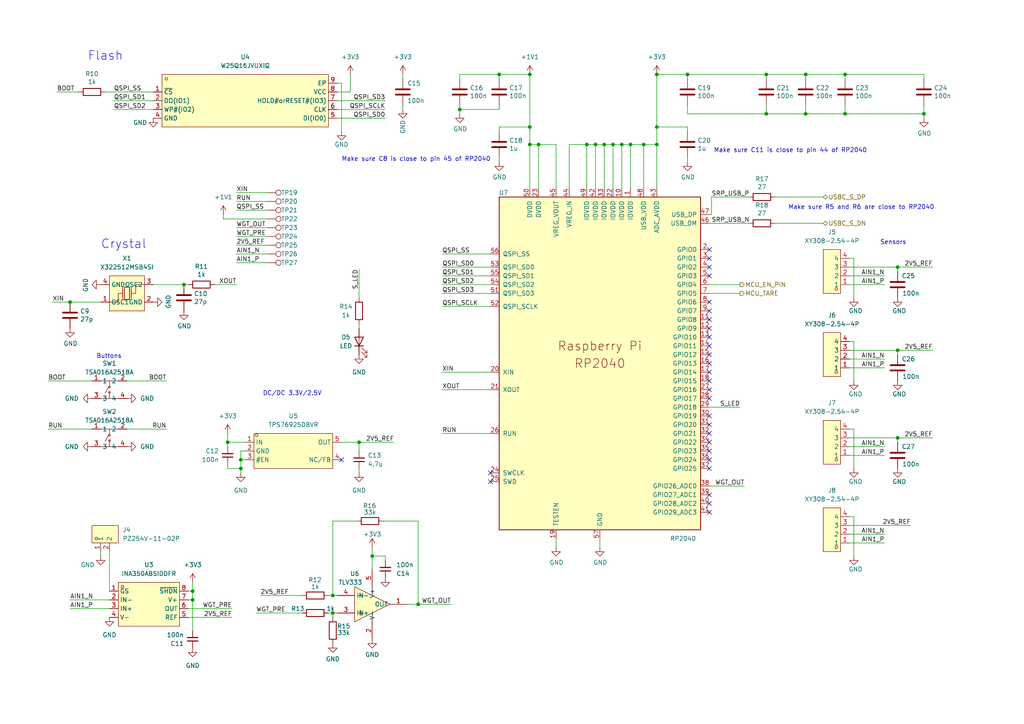
<source format=kicad_sch>
(kicad_sch (version 20231120) (generator "eeschema") (generator_version "8.0")
  (paper "A4")
  (lib_symbols
    (symbol "Connector:TestPoint" (pin_numbers hide) (pin_names (offset 0.762) hide)
      (property "Reference" "TP" (at 0 6.858 0))
      (property "Value" "TestPoint" (at 0 5.08 0))
      (symbol "TestPoint_1_1"
        (pin passive line (at 0 0 90) (length 2.54) (name "1") (number "1"))
      )
    )
    (symbol "Device:C" (pin_numbers hide) (pin_names (offset 0.254))
      (property "Reference" "C" (at 0.635 2.54 0))
      (property "Value" "C" (at 0.635 -2.54 0))
      (symbol "C_1_1"
        (pin passive line (at 0 3.81 270) (length 2.794) (name "~") (number "1"))
        (pin passive line (at 0 -3.81 90) (length 2.794) (name "~") (number "2"))
      )
    )
    (symbol "Device:C_Small" (pin_numbers hide) (pin_names (offset 0.254) hide)
      (property "Reference" "C" (at 0.254 1.778 0))
      (property "Value" "C_Small" (at 0.254 -2.032 0))
      (symbol "C_Small_1_1"
        (pin passive line (at 0 2.54 270) (length 2.032) (name "~") (number "1"))
        (pin passive line (at 0 -2.54 90) (length 2.032) (name "~") (number "2"))
      )
    )
    (symbol "Device:LED" (pin_numbers hide) (pin_names (offset 1.016) hide)
      (property "Reference" "D" (at 0 2.54 0))
      (property "Value" "LED" (at 0 -2.54 0))
      (symbol "LED_1_1"
        (pin passive line (at -3.81 0 0) (length 2.54) (name "K") (number "1"))
        (pin passive line (at 3.81 0 180) (length 2.54) (name "A") (number "2"))
      )
    )
    (symbol "Device:R" (pin_numbers hide) (pin_names (offset 0))
      (property "Reference" "R" (at 2.032 0 90))
      (property "Value" "R" (at 0 0 90))
      (symbol "R_1_1"
        (pin passive line (at 0 3.81 270) (length 1.27) (name "~") (number "1"))
        (pin passive line (at 0 -3.81 90) (length 1.27) (name "~") (number "2"))
      )
    )
    (symbol "MCU_RaspberryPi_RP2040:RP2040" (pin_names (offset 1.016))
      (property "Reference" "U" (at -29.21 49.53 0))
      (property "Value" "RP2040" (at 24.13 -49.53 0))
      (symbol "RP2040_0_0"
        (text "Raspberry Pi" (at 0 5.08 0) (effects (font (size 2.54 2.54))))
        (text "RP2040" (at 0 0 0) (effects (font (size 2.54 2.54))))
      )
      (symbol "RP2040_1_1"
        (pin power_in line (at 8.89 50.8 270) (length 2.54) (name "IOVDD") (number "1"))
        (pin power_in line (at 6.35 50.8 270) (length 2.54) (name "IOVDD") (number "10"))
        (pin bidirectional line (at 31.75 12.7 180) (length 2.54) (name "GPIO8") (number "11"))
        (pin bidirectional line (at 31.75 10.16 180) (length 2.54) (name "GPIO9") (number "12"))
        (pin bidirectional line (at 31.75 7.62 180) (length 2.54) (name "GPIO10") (number "13"))
        (pin bidirectional line (at 31.75 5.08 180) (length 2.54) (name "GPIO11") (number "14"))
        (pin bidirectional line (at 31.75 2.54 180) (length 2.54) (name "GPIO12") (number "15"))
        (pin bidirectional line (at 31.75 0 180) (length 2.54) (name "GPIO13") (number "16"))
        (pin bidirectional line (at 31.75 -2.54 180) (length 2.54) (name "GPIO14") (number "17"))
        (pin bidirectional line (at 31.75 -5.08 180) (length 2.54) (name "GPIO15") (number "18"))
        (pin passive line (at -12.7 -50.8 90) (length 2.54) (name "TESTEN") (number "19"))
        (pin bidirectional line (at 31.75 33.02 180) (length 2.54) (name "GPIO0") (number "2"))
        (pin input line (at -31.75 -2.54 0) (length 2.54) (name "XIN") (number "20"))
        (pin passive line (at -31.75 -7.62 0) (length 2.54) (name "XOUT") (number "21"))
        (pin power_in line (at 3.81 50.8 270) (length 2.54) (name "IOVDD") (number "22"))
        (pin power_in line (at -17.78 50.8 270) (length 2.54) (name "DVDD") (number "23"))
        (pin output line (at -31.75 -31.75 0) (length 2.54) (name "SWCLK") (number "24"))
        (pin bidirectional line (at -31.75 -34.29 0) (length 2.54) (name "SWD") (number "25"))
        (pin input line (at -31.75 -20.32 0) (length 2.54) (name "RUN") (number "26"))
        (pin bidirectional line (at 31.75 -7.62 180) (length 2.54) (name "GPIO16") (number "27"))
        (pin bidirectional line (at 31.75 -10.16 180) (length 2.54) (name "GPIO17") (number "28"))
        (pin bidirectional line (at 31.75 -12.7 180) (length 2.54) (name "GPIO18") (number "29"))
        (pin bidirectional line (at 31.75 30.48 180) (length 2.54) (name "GPIO1") (number "3"))
        (pin bidirectional line (at 31.75 -15.24 180) (length 2.54) (name "GPIO19") (number "30"))
        (pin bidirectional line (at 31.75 -17.78 180) (length 2.54) (name "GPIO20") (number "31"))
        (pin bidirectional line (at 31.75 -20.32 180) (length 2.54) (name "GPIO21") (number "32"))
        (pin power_in line (at 1.27 50.8 270) (length 2.54) (name "IOVDD") (number "33"))
        (pin bidirectional line (at 31.75 -22.86 180) (length 2.54) (name "GPIO22") (number "34"))
        (pin bidirectional line (at 31.75 -25.4 180) (length 2.54) (name "GPIO23") (number "35"))
        (pin bidirectional line (at 31.75 -27.94 180) (length 2.54) (name "GPIO24") (number "36"))
        (pin bidirectional line (at 31.75 -30.48 180) (length 2.54) (name "GPIO25") (number "37"))
        (pin bidirectional line (at 31.75 -35.56 180) (length 2.54) (name "GPIO26_ADC0") (number "38"))
        (pin bidirectional line (at 31.75 -38.1 180) (length 2.54) (name "GPIO27_ADC1") (number "39"))
        (pin bidirectional line (at 31.75 27.94 180) (length 2.54) (name "GPIO2") (number "4"))
        (pin bidirectional line (at 31.75 -40.64 180) (length 2.54) (name "GPIO28_ADC2") (number "40"))
        (pin bidirectional line (at 31.75 -43.18 180) (length 2.54) (name "GPIO29_ADC3") (number "41"))
        (pin power_in line (at -1.27 50.8 270) (length 2.54) (name "IOVDD") (number "42"))
        (pin power_in line (at 16.51 50.8 270) (length 2.54) (name "ADC_AVDD") (number "43"))
        (pin power_in line (at -8.89 50.8 270) (length 2.54) (name "VREG_IN") (number "44"))
        (pin power_out line (at -12.7 50.8 270) (length 2.54) (name "VREG_VOUT") (number "45"))
        (pin bidirectional line (at 31.75 40.64 180) (length 2.54) (name "USB_DM") (number "46"))
        (pin bidirectional line (at 31.75 43.18 180) (length 2.54) (name "USB_DP") (number "47"))
        (pin power_in line (at 12.7 50.8 270) (length 2.54) (name "USB_VDD") (number "48"))
        (pin power_in line (at -3.81 50.8 270) (length 2.54) (name "IOVDD") (number "49"))
        (pin bidirectional line (at 31.75 25.4 180) (length 2.54) (name "GPIO3") (number "5"))
        (pin power_in line (at -20.32 50.8 270) (length 2.54) (name "DVDD") (number "50"))
        (pin bidirectional line (at -31.75 20.32 0) (length 2.54) (name "QSPI_SD3") (number "51"))
        (pin output line (at -31.75 16.51 0) (length 2.54) (name "QSPI_SCLK") (number "52"))
        (pin bidirectional line (at -31.75 27.94 0) (length 2.54) (name "QSPI_SD0") (number "53"))
        (pin bidirectional line (at -31.75 22.86 0) (length 2.54) (name "QSPI_SD2") (number "54"))
        (pin bidirectional line (at -31.75 25.4 0) (length 2.54) (name "QSPI_SD1") (number "55"))
        (pin bidirectional line (at -31.75 31.75 0) (length 2.54) (name "QSPI_SS") (number "56"))
        (pin power_in line (at 0 -50.8 90) (length 2.54) (name "GND") (number "57"))
        (pin bidirectional line (at 31.75 22.86 180) (length 2.54) (name "GPIO4") (number "6"))
        (pin bidirectional line (at 31.75 20.32 180) (length 2.54) (name "GPIO5") (number "7"))
        (pin bidirectional line (at 31.75 17.78 180) (length 2.54) (name "GPIO6") (number "8"))
        (pin bidirectional line (at 31.75 15.24 180) (length 2.54) (name "GPIO7") (number "9"))
      )
    )
    (symbol "easyeda2kicad:INA350ABSIDDFR"
      (property "Reference" "U" (at 0 8.89 0))
      (property "Value" "INA350ABSIDDFR" (at 0 -8.89 0))
      (symbol "INA350ABSIDDFR_0_1"
        (pin unspecified line (at -11.43 3.81 0) (length 2.54) (name "GS") (number "1"))
        (pin unspecified line (at -11.43 1.27 0) (length 2.54) (name "IN-") (number "2"))
        (pin unspecified line (at -11.43 -1.27 0) (length 2.54) (name "IN+") (number "3"))
        (pin unspecified line (at -11.43 -3.81 0) (length 2.54) (name "V-") (number "4"))
        (pin unspecified line (at 11.43 -3.81 180) (length 2.54) (name "REF") (number "5"))
        (pin unspecified line (at 11.43 -1.27 180) (length 2.54) (name "OUT") (number "6"))
        (pin unspecified line (at 11.43 1.27 180) (length 2.54) (name "V+") (number "7"))
        (pin unspecified line (at 11.43 3.81 180) (length 2.54) (name "~{SHDN}") (number "8"))
      )
    )
    (symbol "easyeda2kicad:PZ254V-11-02P"
      (property "Reference" "H" (at 0 6.35 0))
      (property "Value" "PZ254V-11-02P" (at 0 -6.35 0))
      (symbol "PZ254V-11-02P_0_1"
        (pin unspecified line (at -5.08 1.27 0) (length 2.54) (name "1") (number "1"))
        (pin unspecified line (at -5.08 -1.27 0) (length 2.54) (name "2") (number "2"))
      )
    )
    (symbol "easyeda2kicad:TLV333IDBVR"
      (property "Reference" "U6" (at 2.54 6.35 0))
      (property "Value" "TLV333" (at 4.7382 3.9465 0))
      (symbol "TLV333IDBVR_0_1"
        (pin output line (at 10.16 0 180) (length 5.08) (name "OUT") (number "1"))
        (pin unspecified line (at -10.16 -2.54 0) (length 5.08) (name "IN+") (number "3"))
        (pin unspecified line (at -10.16 2.54 0) (length 5.08) (name "IN-") (number "4"))
        (pin power_in line (at 0 10.16 270) (length 5.08) (name "V+") (number "5"))
      )
      (symbol "TLV333IDBVR_1_1"
        (pin power_in line (at 0 -10.16 90) (length 5.08) (name "V-") (number "2"))
      )
    )
    (symbol "easyeda2kicad:TPS76925DBVR"
      (property "Reference" "U" (at 0 19.05 0))
      (property "Value" "TPS76925DBVR" (at 0 -19.05 0))
      (symbol "TPS76925DBVR_0_1"
        (pin unspecified line (at -2.54 -13.97 90) (length 2.54) (name "IN") (number "1"))
        (pin unspecified line (at 0 -13.97 90) (length 2.54) (name "GND") (number "2"))
        (pin unspecified line (at 2.54 -13.97 90) (length 2.54) (name "#EN") (number "3"))
        (pin unspecified line (at 2.54 13.97 270) (length 2.54) (name "NC/FB") (number "4"))
        (pin unspecified line (at -2.54 13.97 270) (length 2.54) (name "OUT") (number "5"))
      )
    )
    (symbol "easyeda2kicad:TSA016A2518A"
      (property "Reference" "SW" (at 0 7.62 0))
      (property "Value" "TSA016A2518A" (at 0 -7.62 0))
      (symbol "TSA016A2518A_0_1"
        (pin unspecified line (at -5.08 2.54 0) (length 2.54) (name "1") (number "1"))
        (pin unspecified line (at 5.08 2.54 180) (length 2.54) (name "2") (number "2"))
        (pin unspecified line (at -5.08 -2.54 0) (length 2.54) (name "3") (number "3"))
        (pin unspecified line (at 5.08 -2.54 180) (length 2.54) (name "4") (number "4"))
      )
    )
    (symbol "easyeda2kicad:W25Q16JVUXIQ"
      (property "Reference" "U" (at 0 11.43 0))
      (property "Value" "W25Q16JVUXIQ" (at 0 -8.89 0))
      (symbol "W25Q16JVUXIQ_0_1"
        (pin unspecified line (at -26.67 3.81 0) (length 2.54) (name "~{CS}") (number "1"))
        (pin unspecified line (at -26.67 1.27 0) (length 2.54) (name "DO(IO1)") (number "2"))
        (pin unspecified line (at -26.67 -1.27 0) (length 2.54) (name "WP#(IO2)") (number "3"))
        (pin unspecified line (at -26.67 -3.81 0) (length 2.54) (name "GND") (number "4"))
        (pin unspecified line (at 26.67 -3.81 180) (length 2.54) (name "DI(IO0)") (number "5"))
        (pin unspecified line (at 26.67 -1.27 180) (length 2.54) (name "CLK") (number "6"))
        (pin unspecified line (at 26.67 1.27 180) (length 2.54) (name "HOLD#orRESET#(IO3)") (number "7"))
        (pin unspecified line (at 26.67 3.81 180) (length 2.54) (name "VCC") (number "8"))
        (pin unspecified line (at 26.67 6.35 180) (length 2.54) (name "EP") (number "9"))
      )
    )
    (symbol "easyeda2kicad:X322512MSB4SI"
      (property "Reference" "X" (at 0 7.62 0))
      (property "Value" "X322512MSB4SI" (at 0 -7.62 0))
      (symbol "X322512MSB4SI_0_1"
        (pin unspecified line (at -7.62 -2.54 0) (length 2.54) (name "OSC1") (number "1"))
        (pin unspecified line (at 7.62 -2.54 180) (length 2.54) (name "GND") (number "2"))
        (pin unspecified line (at 7.62 2.54 180) (length 2.54) (name "OSC2") (number "3"))
        (pin unspecified line (at -7.62 2.54 0) (length 2.54) (name "GND") (number "4"))
      )
    )
    (symbol "easyeda2kicad:XY308-2.54-4P"
      (property "Reference" "CN" (at 0 8.89 0))
      (property "Value" "XY308-2.54-4P" (at 0 -8.89 0))
      (symbol "XY308-2.54-4P_0_1"
        (pin unspecified line (at -5.08 3.81 0) (length 2.54) (name "1") (number "1"))
        (pin unspecified line (at -5.08 1.27 0) (length 2.54) (name "2") (number "2"))
        (pin unspecified line (at -5.08 -1.27 0) (length 2.54) (name "3") (number "3"))
        (pin unspecified line (at -5.08 -3.81 0) (length 2.54) (name "4") (number "4"))
      )
    )
    (symbol "power:+1V1" (power) (pin_names (offset 0))
      (property "Value" "+1V1" (at 0 3.556 0))
      (symbol "+1V1_1_1"
        (pin power_in line (at 0 0 90) (length 0) hide (name "+1V1") (number "1"))
      )
    )
    (symbol "power:+3V3" (power) (pin_names (offset 0))
      (property "Value" "+3V3" (at 0 3.556 0))
      (symbol "+3V3_1_1"
        (pin power_in line (at 0 0 90) (length 0) hide (name "+3V3") (number "1"))
      )
    )
    (symbol "power:GND" (power) (pin_names (offset 0))
      (property "Value" "GND" (at 0 -3.81 0))
      (symbol "GND_1_1"
        (pin power_in line (at 0 0 270) (length 0) hide (name "GND") (number "1"))
      )
    )
  )
  (junction (at 133.35 31.75))
  (junction (at 66.04 128.27))
  (junction (at 177.8 41.91))
  (junction (at 245.11 33.02))
  (junction (at 199.39 21.59))
  (junction (at 190.5 41.91))
  (junction (at 170.18 41.91))
  (junction (at 260.35 127))
  (junction (at 104.14 128.27))
  (junction (at 69.85 135.89))
  (junction (at 96.52 172.72))
  (junction (at 156.21 41.91))
  (junction (at 20.32 87.63))
  (junction (at 55.88 171.45))
  (junction (at 233.68 33.02))
  (junction (at 190.5 36.83))
  (junction (at 245.11 21.59))
  (junction (at 267.97 33.02))
  (junction (at 153.67 21.59))
  (junction (at 153.67 41.91))
  (junction (at 233.68 21.59))
  (junction (at 175.26 41.91))
  (junction (at 107.95 161.29))
  (junction (at 260.35 77.47))
  (junction (at 180.34 41.91))
  (junction (at 153.67 36.83))
  (junction (at 172.72 41.91))
  (junction (at 144.78 21.59))
  (junction (at 53.34 82.55))
  (junction (at 186.69 41.91))
  (junction (at 55.88 173.99))
  (junction (at 182.88 41.91))
  (junction (at 69.85 133.35))
  (junction (at 260.35 101.6))
  (junction (at 190.5 21.59))
  (junction (at 121.285 175.26))
  (junction (at 96.52 177.8))
  (junction (at 222.25 33.02))
  (junction (at 222.25 21.59))
  (no_connect (at 205.74 90.17))
  (no_connect (at 142.24 137.16))
  (no_connect (at 205.74 143.51))
  (no_connect (at 205.74 115.57))
  (no_connect (at 205.74 102.87))
  (no_connect (at 205.74 125.73))
  (no_connect (at 205.74 107.95))
  (no_connect (at 205.74 130.81))
  (no_connect (at 142.24 139.7))
  (no_connect (at 205.74 72.39))
  (no_connect (at 205.74 146.05))
  (no_connect (at 205.74 120.65))
  (no_connect (at 205.74 95.25))
  (no_connect (at 205.74 133.35))
  (no_connect (at 205.74 110.49))
  (no_connect (at 205.74 148.59))
  (no_connect (at 205.74 135.89))
  (no_connect (at 99.06 133.35))
  (no_connect (at 205.74 113.03))
  (no_connect (at 205.74 105.41))
  (no_connect (at 205.74 87.63))
  (no_connect (at 205.74 123.19))
  (no_connect (at 205.74 77.47))
  (no_connect (at 205.74 97.79))
  (no_connect (at 205.74 128.27))
  (no_connect (at 205.74 74.93))
  (no_connect (at 205.74 92.71))
  (no_connect (at 205.74 80.01))
  (no_connect (at 205.74 100.33))
  (wire (pts (xy 128.27 80.01) (xy 142.24 80.01)))
  (wire (pts (xy 15.24 87.63) (xy 20.32 87.63)))
  (wire (pts (xy 245.11 30.48) (xy 245.11 33.02)))
  (wire (pts (xy 104.14 95.25) (xy 104.14 93.98)))
  (wire (pts (xy 144.78 38.1) (xy 144.78 36.83)))
  (wire (pts (xy 247.65 161.29) (xy 247.65 149.86)))
  (wire (pts (xy 69.85 133.35) (xy 69.85 135.89)))
  (wire (pts (xy 177.8 41.91) (xy 180.34 41.91)))
  (wire (pts (xy 13.97 124.46) (xy 26.67 124.46)))
  (wire (pts (xy 133.35 31.75) (xy 133.35 33.02)))
  (wire (pts (xy 95.25 177.8) (xy 96.52 177.8)))
  (wire (pts (xy 20.32 87.63) (xy 29.21 87.63)))
  (wire (pts (xy 71.12 130.81) (xy 69.85 130.81)))
  (wire (pts (xy 165.1 41.91) (xy 170.18 41.91)))
  (wire (pts (xy 66.04 135.89) (xy 69.85 135.89)))
  (wire (pts (xy 222.25 22.86) (xy 222.25 21.59)))
  (wire (pts (xy 173.99 156.21) (xy 173.99 158.75)))
  (wire (pts (xy 153.67 41.91) (xy 153.67 54.61)))
  (wire (pts (xy 170.18 54.61) (xy 170.18 41.91)))
  (wire (pts (xy 233.68 21.59) (xy 245.11 21.59)))
  (wire (pts (xy 205.74 82.55) (xy 214.63 82.55)))
  (wire (pts (xy 62.23 82.55) (xy 68.58 82.55)))
  (wire (pts (xy 199.39 30.48) (xy 199.39 33.02)))
  (wire (pts (xy 54.61 173.99) (xy 55.88 173.99)))
  (wire (pts (xy 97.79 24.13) (xy 99.06 24.13)))
  (wire (pts (xy 66.04 135.89) (xy 66.04 134.62)))
  (wire (pts (xy 97.79 26.67) (xy 101.6 26.67)))
  (wire (pts (xy 104.14 135.89) (xy 104.14 137.16)))
  (wire (pts (xy 260.35 101.6) (xy 270.51 101.6)))
  (wire (pts (xy 69.85 130.81) (xy 69.85 133.35)))
  (wire (pts (xy 206.375 57.15) (xy 206.375 62.23)))
  (wire (pts (xy 247.65 86.36) (xy 247.65 74.93)))
  (wire (pts (xy 267.97 22.86) (xy 267.97 21.59)))
  (wire (pts (xy 104.14 128.27) (xy 114.3 128.27)))
  (wire (pts (xy 142.24 88.9) (xy 128.27 88.9)))
  (wire (pts (xy 246.38 127) (xy 260.35 127)))
  (wire (pts (xy 222.25 30.48) (xy 222.25 33.02)))
  (wire (pts (xy 245.11 33.02) (xy 267.97 33.02)))
  (wire (pts (xy 96.52 177.8) (xy 97.79 177.8)))
  (wire (pts (xy 144.78 21.59) (xy 153.67 21.59)))
  (wire (pts (xy 190.5 36.83) (xy 199.39 36.83)))
  (wire (pts (xy 260.35 101.6) (xy 260.35 102.87)))
  (wire (pts (xy 64.77 63.5) (xy 77.47 63.5)))
  (wire (pts (xy 224.79 64.77) (xy 238.76 64.77)))
  (wire (pts (xy 199.39 38.1) (xy 199.39 36.83)))
  (wire (pts (xy 180.34 41.91) (xy 182.88 41.91)))
  (wire (pts (xy 165.1 54.61) (xy 165.1 41.91)))
  (wire (pts (xy 55.88 171.45) (xy 55.88 173.99)))
  (wire (pts (xy 246.38 157.48) (xy 256.54 157.48)))
  (wire (pts (xy 144.78 22.86) (xy 144.78 21.59)))
  (wire (pts (xy 161.29 54.61) (xy 161.29 41.91)))
  (wire (pts (xy 246.38 132.08) (xy 256.54 132.08)))
  (wire (pts (xy 260.35 127) (xy 260.35 128.27)))
  (wire (pts (xy 68.58 73.66) (xy 77.47 73.66)))
  (wire (pts (xy 54.61 179.07) (xy 67.31 179.07)))
  (wire (pts (xy 20.32 176.53) (xy 31.75 176.53)))
  (wire (pts (xy 190.5 36.83) (xy 190.5 41.91)))
  (wire (pts (xy 55.88 168.91) (xy 55.88 171.45)))
  (wire (pts (xy 97.79 34.29) (xy 111.76 34.29)))
  (wire (pts (xy 133.35 30.48) (xy 133.35 31.75)))
  (wire (pts (xy 233.68 22.86) (xy 233.68 21.59)))
  (wire (pts (xy 107.95 161.29) (xy 107.95 165.1)))
  (wire (pts (xy 144.78 36.83) (xy 153.67 36.83)))
  (wire (pts (xy 96.52 151.13) (xy 96.52 172.72)))
  (wire (pts (xy 224.79 57.15) (xy 238.76 57.15)))
  (wire (pts (xy 190.5 21.59) (xy 190.5 36.83)))
  (wire (pts (xy 13.97 110.49) (xy 26.67 110.49)))
  (wire (pts (xy 246.38 101.6) (xy 260.35 101.6)))
  (wire (pts (xy 161.29 156.21) (xy 161.29 158.75)))
  (wire (pts (xy 246.38 104.14) (xy 256.54 104.14)))
  (wire (pts (xy 144.78 45.72) (xy 144.78 46.99)))
  (wire (pts (xy 68.58 76.2) (xy 77.47 76.2)))
  (wire (pts (xy 36.83 110.49) (xy 48.26 110.49)))
  (wire (pts (xy 118.11 175.26) (xy 121.285 175.26)))
  (wire (pts (xy 161.29 41.91) (xy 156.21 41.91)))
  (wire (pts (xy 205.74 85.09) (xy 214.63 85.09)))
  (wire (pts (xy 55.88 182.88) (xy 55.88 173.99)))
  (wire (pts (xy 30.48 26.67) (xy 44.45 26.67)))
  (wire (pts (xy 53.34 82.55) (xy 54.61 82.55)))
  (wire (pts (xy 246.38 80.01) (xy 256.54 80.01)))
  (wire (pts (xy 206.375 62.23) (xy 205.74 62.23)))
  (wire (pts (xy 247.65 149.86) (xy 246.38 149.86)))
  (wire (pts (xy 246.38 77.47) (xy 260.35 77.47)))
  (wire (pts (xy 260.35 127) (xy 270.51 127)))
  (wire (pts (xy 205.74 140.97) (xy 215.9 140.97)))
  (wire (pts (xy 133.35 21.59) (xy 144.78 21.59)))
  (wire (pts (xy 31.75 160.02) (xy 31.75 171.45)))
  (wire (pts (xy 128.27 107.95) (xy 142.24 107.95)))
  (wire (pts (xy 245.11 21.59) (xy 267.97 21.59)))
  (wire (pts (xy 97.79 29.21) (xy 111.76 29.21)))
  (wire (pts (xy 260.35 77.47) (xy 260.35 78.74)))
  (wire (pts (xy 54.61 176.53) (xy 67.31 176.53)))
  (wire (pts (xy 68.58 58.42) (xy 77.47 58.42)))
  (wire (pts (xy 64.77 62.23) (xy 64.77 63.5)))
  (wire (pts (xy 68.58 71.12) (xy 77.47 71.12)))
  (wire (pts (xy 246.38 106.68) (xy 256.54 106.68)))
  (wire (pts (xy 95.25 172.72) (xy 96.52 172.72)))
  (wire (pts (xy 190.5 41.91) (xy 190.5 54.61)))
  (wire (pts (xy 66.04 128.27) (xy 71.12 128.27)))
  (wire (pts (xy 199.39 22.86) (xy 199.39 21.59)))
  (wire (pts (xy 128.27 82.55) (xy 142.24 82.55)))
  (wire (pts (xy 22.86 26.67) (xy 16.51 26.67)))
  (wire (pts (xy 172.72 41.91) (xy 175.26 41.91)))
  (wire (pts (xy 75.565 172.72) (xy 87.63 172.72)))
  (wire (pts (xy 177.8 54.61) (xy 177.8 41.91)))
  (wire (pts (xy 96.52 179.07) (xy 96.52 177.8)))
  (wire (pts (xy 33.02 29.21) (xy 44.45 29.21)))
  (wire (pts (xy 71.12 133.35) (xy 69.85 133.35)))
  (wire (pts (xy 246.38 99.06) (xy 247.65 99.06)))
  (wire (pts (xy 54.61 171.45) (xy 55.88 171.45)))
  (wire (pts (xy 144.78 31.75) (xy 144.78 30.48)))
  (wire (pts (xy 97.79 31.75) (xy 111.76 31.75)))
  (wire (pts (xy 128.27 85.09) (xy 142.24 85.09)))
  (wire (pts (xy 121.285 151.13) (xy 121.285 175.26)))
  (wire (pts (xy 246.38 124.46) (xy 247.65 124.46)))
  (wire (pts (xy 111.125 151.13) (xy 121.285 151.13)))
  (wire (pts (xy 260.35 77.47) (xy 270.51 77.47)))
  (wire (pts (xy 29.21 161.29) (xy 29.21 160.02)))
  (wire (pts (xy 107.95 158.75) (xy 107.95 161.29)))
  (wire (pts (xy 99.06 24.13) (xy 99.06 38.1)))
  (wire (pts (xy 170.18 41.91) (xy 172.72 41.91)))
  (wire (pts (xy 180.34 54.61) (xy 180.34 41.91)))
  (wire (pts (xy 199.39 33.02) (xy 222.25 33.02)))
  (wire (pts (xy 116.84 21.59) (xy 116.84 22.86)))
  (wire (pts (xy 107.95 161.29) (xy 111.76 161.29)))
  (wire (pts (xy 77.47 66.04) (xy 68.58 66.04)))
  (wire (pts (xy 247.65 74.93) (xy 246.38 74.93)))
  (wire (pts (xy 69.85 135.89) (xy 69.85 137.16)))
  (wire (pts (xy 267.97 33.02) (xy 267.97 34.29)))
  (wire (pts (xy 233.68 33.02) (xy 222.25 33.02)))
  (wire (pts (xy 66.04 125.73) (xy 66.04 128.27)))
  (wire (pts (xy 44.45 82.55) (xy 53.34 82.55)))
  (wire (pts (xy 121.285 175.26) (xy 130.81 175.26)))
  (wire (pts (xy 68.58 55.88) (xy 77.47 55.88)))
  (wire (pts (xy 182.88 41.91) (xy 182.88 54.61)))
  (wire (pts (xy 186.69 54.61) (xy 186.69 41.91)))
  (wire (pts (xy 186.69 41.91) (xy 190.5 41.91)))
  (wire (pts (xy 172.72 54.61) (xy 172.72 41.91)))
  (wire (pts (xy 74.295 177.8) (xy 87.63 177.8)))
  (wire (pts (xy 247.65 99.06) (xy 247.65 110.49)))
  (wire (pts (xy 128.27 77.47) (xy 142.24 77.47)))
  (wire (pts (xy 142.24 73.66) (xy 128.27 73.66)))
  (wire (pts (xy 247.65 135.89) (xy 247.65 124.46)))
  (wire (pts (xy 175.26 41.91) (xy 177.8 41.91)))
  (wire (pts (xy 206.375 57.15) (xy 217.17 57.15)))
  (wire (pts (xy 246.38 129.54) (xy 256.54 129.54)))
  (wire (pts (xy 267.97 30.48) (xy 267.97 33.02)))
  (wire (pts (xy 99.06 128.27) (xy 104.14 128.27)))
  (wire (pts (xy 20.32 173.99) (xy 31.75 173.99)))
  (wire (pts (xy 222.25 21.59) (xy 233.68 21.59)))
  (wire (pts (xy 133.35 22.86) (xy 133.35 21.59)))
  (wire (pts (xy 199.39 21.59) (xy 222.25 21.59)))
  (wire (pts (xy 101.6 21.59) (xy 101.6 26.67)))
  (wire (pts (xy 153.67 36.83) (xy 153.67 41.91)))
  (wire (pts (xy 246.38 82.55) (xy 256.54 82.55)))
  (wire (pts (xy 205.74 118.11) (xy 214.63 118.11)))
  (wire (pts (xy 33.02 31.75) (xy 44.45 31.75)))
  (wire (pts (xy 103.505 151.13) (xy 96.52 151.13)))
  (wire (pts (xy 153.67 21.59) (xy 153.67 36.83)))
  (wire (pts (xy 104.14 130.81) (xy 104.14 128.27)))
  (wire (pts (xy 68.58 68.58) (xy 77.47 68.58)))
  (wire (pts (xy 182.88 41.91) (xy 186.69 41.91)))
  (wire (pts (xy 205.74 64.77) (xy 217.17 64.77)))
  (wire (pts (xy 36.83 124.46) (xy 48.26 124.46)))
  (wire (pts (xy 111.76 162.56) (xy 111.76 161.29)))
  (wire (pts (xy 142.24 125.73) (xy 128.27 125.73)))
  (wire (pts (xy 133.35 31.75) (xy 144.78 31.75)))
  (wire (pts (xy 245.11 22.86) (xy 245.11 21.59)))
  (wire (pts (xy 246.38 154.94) (xy 256.54 154.94)))
  (wire (pts (xy 68.58 60.96) (xy 77.47 60.96)))
  (wire (pts (xy 156.21 41.91) (xy 153.67 41.91)))
  (wire (pts (xy 142.24 113.03) (xy 128.27 113.03)))
  (wire (pts (xy 116.84 30.48) (xy 116.84 31.75)))
  (wire (pts (xy 104.14 86.36) (xy 104.14 78.105)))
  (wire (pts (xy 245.11 33.02) (xy 233.68 33.02)))
  (wire (pts (xy 175.26 54.61) (xy 175.26 41.91)))
  (wire (pts (xy 233.68 30.48) (xy 233.68 33.02)))
  (wire (pts (xy 156.21 54.61) (xy 156.21 41.91)))
  (wire (pts (xy 96.52 172.72) (xy 97.79 172.72)))
  (wire (pts (xy 246.38 152.4) (xy 264.16 152.4)))
  (wire (pts (xy 199.39 45.72) (xy 199.39 46.99)))
  (wire (pts (xy 190.5 21.59) (xy 199.39 21.59)))
  (wire (pts (xy 66.04 128.27) (xy 66.04 129.54)))
  (text "Make sure C11 is close to pin 44 of RP2040" (at 207.01 44.45 0) (effects (font (size 1.27 1.27)) (justify left bottom)))
  (text "Sensors" (at 255.27 71.12 0) (effects (font (size 1.27 1.27)) (justify left bottom)))
  (text "Make sure C8 is close to pin 45 of RP2040" (at 99.06 46.99 0) (effects (font (size 1.27 1.27)) (justify left bottom)))
  (text "Flash" (at 25.4 17.78 0) (effects (font (size 2.54 2.54)) (justify left bottom)))
  (text "Crystal" (at 29.21 72.39 0) (effects (font (size 2.54 2.54)) (justify left bottom)))
  (text "DC/DC 3.3V/2.5V" (at 76.2 114.935 0) (effects (font (size 1.27 1.27)) (justify left bottom)))
  (text "Buttons" (at 27.94 104.14 0) (effects (font (size 1.27 1.27)) (justify left bottom)))
  (text "Make sure R5 and R6 are close to RP2040" (at 228.6 60.96 0) (effects (font (size 1.27 1.27)) (justify left bottom)))
  (label "QSPI_SS" (at 68.58 60.96 0))
  (label "AIN1_N" (at 256.54 154.94 180))
  (label "QSPI_SS" (at 128.27 73.66 0))
  (label "BOOT" (at 16.51 26.67 0))
  (label "QSPI_SD3" (at 128.27 85.09 0))
  (label "XIN" (at 15.24 87.63 0))
  (label "S_LED" (at 104.14 78.105 270))
  (label "AIN1_P" (at 256.54 157.48 180))
  (label "QSPI_SD0" (at 128.27 77.47 0))
  (label "SRP_USB_P" (at 206.375 57.15 0))
  (label "2V5_REF" (at 75.565 172.72 0))
  (label "WGT_PRE" (at 74.295 177.8 0))
  (label "SRP_USB_N" (at 206.375 64.77 0))
  (label "AIN1_N" (at 68.58 73.66 0))
  (label "RUN" (at 68.58 58.42 0))
  (label "2V5_REF" (at 270.51 77.47 180))
  (label "QSPI_SD2" (at 33.02 31.75 0))
  (label "QSPI_SCLK" (at 128.27 88.9 0))
  (label "2V5_REF" (at 114.3 128.27 180))
  (label "WGT_PRE" (at 68.58 68.58 0))
  (label "RUN" (at 48.26 124.46 180))
  (label "XIN" (at 128.27 107.95 0))
  (label "RUN" (at 128.27 125.73 0))
  (label "2V5_REF" (at 67.31 179.07 180))
  (label "AIN1_N" (at 256.54 104.14 180))
  (label "QSPI_SCLK" (at 111.76 31.75 180))
  (label "AIN1_N" (at 256.54 129.54 180))
  (label "WGT_OUT" (at 130.81 175.26 180))
  (label "AIN1_P" (at 68.58 76.2 0))
  (label "2V5_REF" (at 68.58 71.12 0))
  (label "AIN1_P" (at 256.54 132.08 180))
  (label "RUN" (at 13.97 124.46 0))
  (label "BOOT" (at 13.97 110.49 0))
  (label "QSPI_SD0" (at 111.76 34.29 180))
  (label "AIN1_P" (at 20.32 176.53 0))
  (label "QSPI_SS" (at 33.02 26.67 0))
  (label "WGT_PRE" (at 67.31 176.53 180))
  (label "BOOT" (at 48.26 110.49 180))
  (label "QSPI_SD1" (at 33.02 29.21 0))
  (label "QSPI_SD2" (at 128.27 82.55 0))
  (label "WGT_OUT" (at 68.58 66.04 0))
  (label "QSPI_SD3" (at 111.76 29.21 180))
  (label "2V5_REF" (at 270.51 127 180))
  (label "2V5_REF" (at 270.51 101.6 180))
  (label "AIN1_P" (at 256.54 106.68 180))
  (label "AIN1_N" (at 256.54 80.01 180))
  (label "XOUT" (at 128.27 113.03 0))
  (label "XIN" (at 68.58 55.88 0))
  (label "WGT_OUT" (at 215.9 140.97 180))
  (label "AIN1_N" (at 20.32 173.99 0))
  (label "2V5_REF" (at 264.16 152.4 180))
  (label "XOUT" (at 68.58 82.55 180))
  (label "QSPI_SD1" (at 128.27 80.01 0))
  (label "AIN1_P" (at 256.54 82.55 180))
  (label "S_LED" (at 214.63 118.11 180))
  (hierarchical_label "MCU_EN_PIN" (shape output) (at 214.63 82.55 0))
  (hierarchical_label "MCU_TARE" (shape output) (at 214.63 85.09 0))
  (hierarchical_label "USBC_S_DN" (shape bidirectional) (at 238.76 64.77 0))
  (hierarchical_label "USBC_S_DP" (shape bidirectional) (at 238.76 57.15 0))
  (symbol (lib_id "power:GND") (at 31.75 179.07 0) (unit 1)
    (property "Reference" "#PWR031" (effects (hide yes)))
    (property "Value" "GND" (at 31.75 184.15 0))
  )
  (symbol (lib_id "easyeda2kicad:XY308-2.54-4P") (at 241.3 128.27 180) (unit 1)
    (property "Reference" "J7" (at 241.3 116.84 0))
    (property "Value" "XY308-2.54-4P" (at 241.3 119.38 0))
    (property "Footprint" "TerminalBlock_Phoenix:TerminalBlock_Phoenix_MPT-0,5-4-2.54_1x04_P2.54mm_Horizontal" (effects (hide yes)))
    (property "Datasheet" "https://lcsc.com/product-detail/Pluggable-System-Terminal-Block_Ningbo-Xinlaiya-Elec-XY308-2-54-4P_C915913.html" (effects (hide yes)))
    (property "LCSC Part" "C915913" (effects (hide yes)))
  )
  (symbol (lib_id "Device:C_Small") (at 55.88 185.42 180) (unit 1)
    (property "Reference" "C11" (at 53.34 186.6837 0) (effects (justify left)))
    (property "Value" "100n" (at 53.34 184.1437 0) (effects (justify left)))
    (property "Footprint" "Capacitor_SMD:C_0402_1005Metric" (effects (hide yes)))
  )
  (symbol (lib_id "power:GND") (at 173.99 158.75 0) (unit 1)
    (property "Reference" "#PWR054" (effects (hide yes)))
    (property "Value" "GND" (at 174.117 163.1442 0))
    (instances (project "BedMCU" (path "" (reference "#PWR054") (unit 1))) (project "RP2040_minimal" (path "" (reference "#PWR016") (unit 1))))
  )
  (symbol (lib_id "power:+1V1") (at 153.67 21.59 0) (unit 1)
    (property "Reference" "#PWR052" (effects (hide yes)))
    (property "Value" "+1V1" (at 153.67 16.51 0))
  )
  (symbol (lib_id "power:GND") (at 161.29 158.75 0) (unit 1)
    (property "Reference" "#PWR053" (effects (hide yes)))
    (property "Value" "GND" (at 161.417 163.1442 0))
    (instances (project "BedMCU" (path "" (reference "#PWR053") (unit 1))) (project "RP2040_minimal" (path "" (reference "#PWR015") (unit 1))))
  )
  (symbol (lib_id "Device:R") (at 91.44 172.72 270) (unit 1)
    (property "Reference" "R12" (at 91.3484 168.2006 90))
    (property "Value" "1k" (at 91.44 170.18 90))
    (property "Footprint" "Resistor_SMD:R_0402_1005Metric" (effects (hide yes)))
    (instances (project "BedMCU" (path "" (reference "R12") (unit 1))) (project "RP2040_minimal" (path "" (reference "R5") (unit 1))))
  )
  (symbol (lib_id "Device:R") (at 220.98 57.15 270) (unit 1)
    (property "Reference" "R17" (at 220.98 51.8922 90))
    (property "Value" "27" (at 220.98 54.2036 90))
    (property "Footprint" "Resistor_SMD:R_0402_1005Metric" (effects (hide yes)))
    (instances (project "BedMCU" (path "" (reference "R17") (unit 1))) (project "RP2040_minimal" (path "" (reference "R3") (unit 1))))
  )
  (symbol (lib_id "power:GND") (at 260.35 110.49 0) (unit 1)
    (property "Reference" "#PWR0135" (effects (hide yes)))
    (property "Value" "GND" (at 262.89 114.3 0) (effects (justify right)))
  )
  (symbol (lib_id "Device:C") (at 199.39 26.67 0) (unit 1)
    (property "Reference" "C19" (at 202.311 25.5016 0) (effects (justify left)))
    (property "Value" "100n" (at 202.311 27.813 0) (effects (justify left)))
    (property "Footprint" "Capacitor_SMD:C_0402_1005Metric" (effects (hide yes)))
    (instances (project "BedMCU" (path "" (reference "C19") (unit 1))) (project "RP2040_minimal" (path "" (reference "C9") (unit 1))))
  )
  (symbol (lib_id "power:GND") (at 69.85 137.16 0) (mirror y) (unit 1)
    (property "Reference" "#PWR039" (effects (hide yes)))
    (property "Value" "GND" (at 69.85 142.24 0))
  )
  (symbol (lib_id "Device:R") (at 26.67 26.67 270) (unit 1)
    (property "Reference" "R10" (at 26.67 21.4122 90))
    (property "Value" "1k" (at 26.67 23.7236 90))
    (property "Footprint" "Resistor_SMD:R_0402_1005Metric" (effects (hide yes)))
    (instances (project "BedMCU" (path "" (reference "R10") (unit 1))) (project "RP2040_minimal" (path "" (reference "R1") (unit 1))))
  )
  (symbol (lib_id "Device:C") (at 260.35 106.68 180) (unit 1)
    (property "Reference" "C26" (at 265.43 104.14 0) (effects (justify left)))
    (property "Value" "100n" (at 266.7 109.22 0) (effects (justify left)))
    (property "Footprint" "Capacitor_SMD:C_0402_1005Metric" (effects (hide yes)))
    (instances (project "BedMCU" (path "" (reference "C26") (unit 1))) (project "RP2040_minimal" (path "" (reference "C9") (unit 1))))
  )
  (symbol (lib_id "Connector:TestPoint") (at 77.47 76.2 270) (unit 1)
    (property "Reference" "TP27" (at 86.36 76.2 90) (effects (justify right)))
    (property "Value" "TestPoint" (effects (hide yes)))
    (property "Footprint" "Selfmade Stuff:TestPoint_Pad_D0.7mm_NoSilk" (effects (hide yes)))
  )
  (symbol (lib_id "power:GND") (at 36.83 129.54 90) (unit 1)
    (property "Reference" "#PWR033" (effects (hide yes)))
    (property "Value" "GND" (at 40.64 129.54 90) (effects (justify right)))
  )
  (symbol (lib_id "power:GND") (at 104.14 102.87 0) (unit 1)
    (property "Reference" "#PWR042" (effects (hide yes)))
    (property "Value" "GND" (at 104.14 107.95 0))
  )
  (symbol (lib_id "power:GND") (at 44.45 87.63 90) (unit 1)
    (property "Reference" "#PWR035" (effects (hide yes)))
    (property "Value" "GND" (at 48.8442 87.503 0))
    (instances (project "BedMCU" (path "" (reference "#PWR035") (unit 1))) (project "RP2040_minimal" (path "" (reference "#PWR06") (unit 1))))
  )
  (symbol (lib_id "power:GND") (at 44.45 34.29 0) (unit 1)
    (property "Reference" "#PWR034" (effects (hide yes)))
    (property "Value" "GND" (at 40.64 35.56 0))
    (instances (project "BedMCU" (path "" (reference "#PWR034") (unit 1))) (project "RP2040_minimal" (path "" (reference "#PWR08") (unit 1))))
  )
  (symbol (lib_id "Device:C") (at 144.78 26.67 0) (unit 1)
    (property "Reference" "C17" (at 147.701 25.5016 0) (effects (justify left)))
    (property "Value" "100n" (at 147.701 27.813 0) (effects (justify left)))
    (property "Footprint" "Capacitor_SMD:C_0402_1005Metric" (effects (hide yes)))
    (instances (project "BedMCU" (path "" (reference "C17") (unit 1))) (project "RP2040_minimal" (path "" (reference "C7") (unit 1))))
  )
  (symbol (lib_id "Device:C") (at 260.35 132.08 180) (unit 1)
    (property "Reference" "C27" (at 265.43 129.54 0) (effects (justify left)))
    (property "Value" "100n" (at 266.7 134.62 0) (effects (justify left)))
    (property "Footprint" "Capacitor_SMD:C_0402_1005Metric" (effects (hide yes)))
    (instances (project "BedMCU" (path "" (reference "C27") (unit 1))) (project "RP2040_minimal" (path "" (reference "C9") (unit 1))))
  )
  (symbol (lib_id "power:GND") (at 29.21 161.29 0) (unit 1)
    (property "Reference" "#PWR029" (effects (hide yes)))
    (property "Value" "GND" (at 25.4 163.83 0))
  )
  (symbol (lib_id "power:GND") (at 36.83 115.57 90) (unit 1)
    (property "Reference" "#PWR032" (effects (hide yes)))
    (property "Value" "GND" (at 40.64 115.57 90) (effects (justify right)))
  )
  (symbol (lib_id "power:+3V3") (at 190.5 21.59 0) (unit 1)
    (property "Reference" "#PWR055" (effects (hide yes)))
    (property "Value" "+3V3" (at 190.5 16.51 0))
  )
  (symbol (lib_id "easyeda2kicad:PZ254V-11-02P") (at 30.48 154.94 90) (unit 1)
    (property "Reference" "J4" (at 35.56 153.67 90) (effects (justify right)))
    (property "Value" "PZ254V-11-02P" (at 35.56 156.21 90) (effects (justify right)))
    (property "Footprint" "Jumper:SolderJumper-2_P1.3mm_Open_TrianglePad1.0x1.5mm" (effects (hide yes)))
    (property "Datasheet" "https://lcsc.com/product-detail/New-Arrivals_XFCN-PZ254V-11-02P_C492401.html" (effects (hide yes)))
    (property "LCSC Part" "C492401" (effects (hide yes)))
  )
  (symbol (lib_id "power:+3V3") (at 107.95 158.75 0) (unit 1)
    (property "Reference" "#PWR048" (effects (hide yes)))
    (property "Value" "+3V3" (at 107.95 154.94 0))
  )
  (symbol (lib_id "power:+3V3") (at 101.6 21.59 0) (unit 1)
    (property "Reference" "#PWR045" (effects (hide yes)))
    (property "Value" "+3V3" (at 101.6 16.51 0))
  )
  (symbol (lib_id "Device:C") (at 144.78 41.91 0) (unit 1)
    (property "Reference" "C18" (at 147.701 40.7416 0) (effects (justify left)))
    (property "Value" "1u" (at 147.701 43.053 0) (effects (justify left)))
    (property "Footprint" "Capacitor_SMD:C_0402_1005Metric" (effects (hide yes)))
    (instances (project "BedMCU" (path "" (reference "C18") (unit 1))) (project "RP2040_minimal" (path "" (reference "C8") (unit 1))))
  )
  (symbol (lib_id "power:GND") (at 260.35 86.36 0) (unit 1)
    (property "Reference" "#PWR0134" (effects (hide yes)))
    (property "Value" "GND" (at 262.89 90.17 0) (effects (justify right)))
  )
  (symbol (lib_id "Device:R") (at 58.42 82.55 270) (unit 1)
    (property "Reference" "R11" (at 58.42 77.2922 90))
    (property "Value" "1k" (at 58.42 79.6036 90))
    (property "Footprint" "Resistor_SMD:R_0402_1005Metric" (effects (hide yes)))
    (instances (project "BedMCU" (path "" (reference "R11") (unit 1))) (project "RP2040_minimal" (path "" (reference "R5") (unit 1))))
  )
  (symbol (lib_id "Device:C") (at 133.35 26.67 0) (unit 1)
    (property "Reference" "C16" (at 136.271 25.5016 0) (effects (justify left)))
    (property "Value" "100n" (at 136.271 27.813 0) (effects (justify left)))
    (property "Footprint" "Capacitor_SMD:C_0402_1005Metric" (effects (hide yes)))
    (instances (project "BedMCU" (path "" (reference "C16") (unit 1))) (project "RP2040_minimal" (path "" (reference "C6") (unit 1))))
  )
  (symbol (lib_id "power:GND") (at 104.14 137.16 0) (mirror y) (unit 1)
    (property "Reference" "#PWR041" (effects (hide yes)))
    (property "Value" "GND" (at 104.14 142.24 0))
  )
  (symbol (lib_id "power:+3V3") (at 116.84 21.59 0) (unit 1)
    (property "Reference" "#PWR0137" (effects (hide yes)))
    (property "Value" "+3V3" (at 116.84 16.51 0))
  )
  (symbol (lib_id "power:GND") (at 260.35 135.89 0) (unit 1)
    (property "Reference" "#PWR0136" (effects (hide yes)))
    (property "Value" "GND" (at 262.89 139.7 0) (effects (justify right)))
  )
  (symbol (lib_id "Connector:TestPoint") (at 77.47 55.88 270) (unit 1)
    (property "Reference" "TP19" (at 86.36 55.88 90) (effects (justify right)))
    (property "Value" "TestPoint" (effects (hide yes)))
    (property "Footprint" "Selfmade Stuff:TestPoint_Pad_D0.7mm_NoSilk" (effects (hide yes)))
  )
  (symbol (lib_id "Connector:TestPoint") (at 77.47 60.96 270) (unit 1)
    (property "Reference" "TP21" (at 86.36 60.96 90) (effects (justify right)))
    (property "Value" "TestPoint" (effects (hide yes)))
    (property "Footprint" "Selfmade Stuff:TestPoint_Pad_D0.7mm_NoSilk" (effects (hide yes)))
  )
  (symbol (lib_id "Device:LED") (at 104.14 99.06 90) (unit 1)
    (property "Reference" "D5" (at 100.33 97.79 90))
    (property "Value" "LED" (at 100.33 100.33 90))
    (property "Footprint" "LED_SMD:LED_0402_1005Metric" (effects (hide yes)))
  )
  (symbol (lib_id "Device:C_Small") (at 66.04 132.08 0) (mirror x) (unit 1)
    (property "Reference" "C12" (at 63.5 130.8036 0) (effects (justify right)))
    (property "Value" "100n" (at 63.5 133.3436 0) (effects (justify right)))
    (property "Footprint" "Capacitor_SMD:C_0402_1005Metric" (effects (hide yes)))
  )
  (symbol (lib_id "power:GND") (at 53.34 90.17 0) (unit 1)
    (property "Reference" "#PWR036" (effects (hide yes)))
    (property "Value" "GND" (at 53.467 94.5642 0))
    (instances (project "BedMCU" (path "" (reference "#PWR036") (unit 1))) (project "RP2040_minimal" (path "" (reference "#PWR06") (unit 1))))
  )
  (symbol (lib_id "power:GND") (at 55.88 187.96 0) (unit 1)
    (property "Reference" "#PWR037" (effects (hide yes)))
    (property "Value" "GND" (at 55.88 193.04 0))
  )
  (symbol (lib_id "MCU_RaspberryPi_RP2040:RP2040") (at 173.99 105.41 0) (unit 1)
    (property "Reference" "U7" (at 146.05 55.88 0))
    (property "Value" "RP2040" (at 198.12 156.21 0))
    (property "Footprint" "easyeda2kicad:LQFN-56_L7.0-W7.0-P0.4-EP" (effects (hide yes)))
    (instances (project "BedMCU" (path "" (reference "U7") (unit 1))) (project "RP2040_minimal" (path "" (reference "U3") (unit 1))))
  )
  (symbol (lib_id "easyeda2kicad:W25Q16JVUXIQ") (at 71.12 30.48 0) (unit 1)
    (property "Reference" "U4" (at 71.12 16.51 0))
    (property "Value" "W25Q16JVUXIQ" (at 71.12 19.05 0))
    (property "Footprint" "easyeda2kicad:USON-8_L3.0-W2.0-P0.50-BL-EP" (effects (hide yes)))
    (property "LCSC Part" "C2843335" (effects (hide yes)))
  )
  (symbol (lib_id "power:GND") (at 267.97 34.29 0) (unit 1)
    (property "Reference" "#PWR061" (effects (hide yes)))
    (property "Value" "GND" (at 268.097 38.6842 0))
    (instances (project "BedMCU" (path "" (reference "#PWR061") (unit 1))) (project "RP2040_minimal" (path "" (reference "#PWR023") (unit 1))))
  )
  (symbol (lib_id "Device:R") (at 220.98 64.77 270) (unit 1)
    (property "Reference" "R18" (at 220.98 59.5122 90))
    (property "Value" "27" (at 220.98 61.8236 90))
    (property "Footprint" "Resistor_SMD:R_0402_1005Metric" (effects (hide yes)))
    (instances (project "BedMCU" (path "" (reference "R18") (unit 1))) (project "RP2040_minimal" (path "" (reference "R4") (unit 1))))
  )
  (symbol (lib_id "power:GND") (at 247.65 110.49 0) (unit 1)
    (property "Reference" "#PWR058" (effects (hide yes)))
    (property "Value" "GND" (at 250.19 114.3 0) (effects (justify right)))
  )
  (symbol (lib_id "Device:C") (at 260.35 82.55 180) (unit 1)
    (property "Reference" "C25" (at 265.43 80.01 0) (effects (justify left)))
    (property "Value" "100n" (at 266.7 85.09 0) (effects (justify left)))
    (property "Footprint" "Capacitor_SMD:C_0402_1005Metric" (effects (hide yes)))
    (instances (project "BedMCU" (path "" (reference "C25") (unit 1))) (project "RP2040_minimal" (path "" (reference "C9") (unit 1))))
  )
  (symbol (lib_id "power:+3V3") (at 55.88 168.91 0) (unit 1)
    (property "Reference" "#PWR038" (effects (hide yes)))
    (property "Value" "+3V3" (at 55.88 163.83 0))
  )
  (symbol (lib_id "power:GND") (at 111.76 167.64 0) (unit 1)
    (property "Reference" "#PWR047" (effects (hide yes)))
    (property "Value" "GND" (effects (hide yes)))
  )
  (symbol (lib_id "power:+3V3") (at 66.04 125.73 0) (unit 1)
    (property "Reference" "#PWR040" (effects (hide yes)))
    (property "Value" "+3V3" (at 66.04 120.65 0))
  )
  (symbol (lib_id "Connector:TestPoint") (at 77.47 68.58 270) (unit 1)
    (property "Reference" "TP24" (at 86.36 68.58 90) (effects (justify right)))
    (property "Value" "TestPoint" (effects (hide yes)))
    (property "Footprint" "Selfmade Stuff:TestPoint_Pad_D0.7mm_NoSilk" (effects (hide yes)))
  )
  (symbol (lib_id "power:GND") (at 144.78 46.99 0) (unit 1)
    (property "Reference" "#PWR051" (effects (hide yes)))
    (property "Value" "GND" (at 144.907 51.3842 0))
    (instances (project "BedMCU" (path "" (reference "#PWR051") (unit 1))) (project "RP2040_minimal" (path "" (reference "#PWR013") (unit 1))))
  )
  (symbol (lib_id "Device:C") (at 116.84 26.67 0) (unit 1)
    (property "Reference" "C15" (at 118.11 24.13 0) (effects (justify left)))
    (property "Value" "100n" (at 118.11 29.21 0) (effects (justify left)))
    (property "Footprint" "Capacitor_SMD:C_0402_1005Metric" (effects (hide yes)))
    (instances (project "BedMCU" (path "" (reference "C15") (unit 1))) (project "RP2040_minimal" (path "" (reference "C5") (unit 1))))
  )
  (symbol (lib_id "Device:R") (at 107.315 151.13 90) (unit 1)
    (property "Reference" "R16" (at 107.2105 146.7031 90))
    (property "Value" "33k" (at 107.315 148.59 90))
    (property "Footprint" "Resistor_SMD:R_0402_1005Metric" (effects (hide yes)))
    (instances (project "BedMCU" (path "" (reference "R16") (unit 1))) (project "RP2040_minimal" (path "" (reference "R5") (unit 1))))
  )
  (symbol (lib_id "power:+1V1") (at 64.77 62.23 0) (unit 1)
    (property "Reference" "#PWR0133" (effects (hide yes)))
    (property "Value" "+1V1" (at 64.77 57.15 0))
  )
  (symbol (lib_id "easyeda2kicad:XY308-2.54-4P") (at 241.3 102.87 180) (unit 1)
    (property "Reference" "J6" (at 241.3 91.44 0))
    (property "Value" "XY308-2.54-4P" (at 241.3 93.98 0))
    (property "Footprint" "TerminalBlock_Phoenix:TerminalBlock_Phoenix_MPT-0,5-4-2.54_1x04_P2.54mm_Horizontal" (effects (hide yes)))
    (property "Datasheet" "https://lcsc.com/product-detail/Pluggable-System-Terminal-Block_Ningbo-Xinlaiya-Elec-XY308-2-54-4P_C915913.html" (effects (hide yes)))
    (property "LCSC Part" "C915913" (effects (hide yes)))
  )
  (symbol (lib_id "Device:C") (at 222.25 26.67 0) (unit 1)
    (property "Reference" "C21" (at 225.171 25.5016 0) (effects (justify left)))
    (property "Value" "100n" (at 225.171 27.813 0) (effects (justify left)))
    (property "Footprint" "Capacitor_SMD:C_0402_1005Metric" (effects (hide yes)))
    (instances (project "BedMCU" (path "" (reference "C21") (unit 1))) (project "RP2040_minimal" (path "" (reference "C12") (unit 1))))
  )
  (symbol (lib_id "power:GND") (at 26.67 115.57 270) (unit 1)
    (property "Reference" "#PWR027" (effects (hide yes)))
    (property "Value" "GND" (at 22.86 115.57 90) (effects (justify right)))
  )
  (symbol (lib_id "easyeda2kicad:TLV333IDBVR") (at 107.95 175.26 0) (unit 1)
    (property "Reference" "U6" (at 102.87 166.37 0))
    (property "Value" "TLV333" (at 101.6 168.91 0))
    (property "Footprint" "easyeda2kicad:SOT-23-5_L2.9-W1.6-P0.95-LS2.8-BL" (effects (hide yes)))
    (property "Datasheet" "https://lcsc.com/product-detail/Operational-Amplifiers_Texas-Instruments-Texas-Instruments-TLV333IDBVR_C473369.html" (effects (hide yes)))
    (property "LCSC Part" "C473369" (effects (hide yes)))
  )
  (symbol (lib_id "easyeda2kicad:TSA016A2518A") (at 31.75 127 0) (unit 1)
    (property "Reference" "SW2" (at 31.75 119.38 0))
    (property "Value" "TSA016A2518A" (at 31.75 121.92 0))
    (property "Footprint" "easyeda2kicad:KEY-SMD_4P-L4.2-W3.4-P2.15-LS4.5-TL" (effects (hide yes)))
    (property "LCSC Part" "C2888427" (effects (hide yes)))
  )
  (symbol (lib_id "Connector:TestPoint") (at 77.47 63.5 270) (unit 1)
    (property "Reference" "TP22" (at 86.36 63.5 90) (effects (justify right)))
    (property "Value" "TestPoint" (effects (hide yes)))
    (property "Footprint" "Selfmade Stuff:TestPoint_Pad_D0.7mm_NoSilk" (effects (hide yes)))
  )
  (symbol (lib_id "Device:R") (at 91.44 177.8 270) (unit 1)
    (property "Reference" "R13" (at 86.36 176.53 90))
    (property "Value" "1k" (at 95.885 176.53 90))
    (property "Footprint" "Resistor_SMD:R_0402_1005Metric" (effects (hide yes)))
    (instances (project "BedMCU" (path "" (reference "R13") (unit 1))) (project "RP2040_minimal" (path "" (reference "R5") (unit 1))))
  )
  (symbol (lib_id "Device:C") (at 245.11 26.67 0) (unit 1)
    (property "Reference" "C23" (at 248.031 25.5016 0) (effects (justify left)))
    (property "Value" "100n" (at 248.031 27.813 0) (effects (justify left)))
    (property "Footprint" "Capacitor_SMD:C_0402_1005Metric" (effects (hide yes)))
    (instances (project "BedMCU" (path "" (reference "C23") (unit 1))) (project "RP2040_minimal" (path "" (reference "C14") (unit 1))))
  )
  (symbol (lib_id "power:GND") (at 107.95 185.42 0) (unit 1)
    (property "Reference" "#PWR046" (effects (hide yes)))
    (property "Value" "GND" (at 107.95 189.865 0))
  )
  (symbol (lib_id "Connector:TestPoint") (at 77.47 58.42 270) (unit 1)
    (property "Reference" "TP20" (at 86.36 58.42 90) (effects (justify right)))
    (property "Value" "TestPoint" (effects (hide yes)))
    (property "Footprint" "Selfmade Stuff:TestPoint_Pad_D0.7mm_NoSilk" (effects (hide yes)))
  )
  (symbol (lib_id "easyeda2kicad:XY308-2.54-4P") (at 241.3 78.74 180) (unit 1)
    (property "Reference" "J5" (at 241.3 67.31 0))
    (property "Value" "XY308-2.54-4P" (at 241.3 69.85 0))
    (property "Footprint" "TerminalBlock_Phoenix:TerminalBlock_Phoenix_MPT-0,5-4-2.54_1x04_P2.54mm_Horizontal" (effects (hide yes)))
    (property "Datasheet" "https://lcsc.com/product-detail/Pluggable-System-Terminal-Block_Ningbo-Xinlaiya-Elec-XY308-2-54-4P_C915913.html" (effects (hide yes)))
    (property "LCSC Part" "C915913" (effects (hide yes)))
  )
  (symbol (lib_id "Device:C_Small") (at 111.76 165.1 0) (mirror x) (unit 1)
    (property "Reference" "C14" (at 114.935 166.3637 0) (effects (justify left)))
    (property "Value" "100n" (at 114.935 163.8237 0) (effects (justify left)))
    (property "Footprint" "Capacitor_SMD:C_0402_1005Metric" (effects (hide yes)))
  )
  (symbol (lib_id "Device:C") (at 53.34 86.36 0) (unit 1)
    (property "Reference" "C10" (at 56.261 85.1916 0) (effects (justify left)))
    (property "Value" "27p" (at 56.261 87.503 0) (effects (justify left)))
    (property "Footprint" "Capacitor_SMD:C_0402_1005Metric" (effects (hide yes)))
    (instances (project "BedMCU" (path "" (reference "C10") (unit 1))) (project "RP2040_minimal" (path "" (reference "C2") (unit 1))))
  )
  (symbol (lib_id "Device:C") (at 233.68 26.67 0) (unit 1)
    (property "Reference" "C22" (at 236.601 25.5016 0) (effects (justify left)))
    (property "Value" "100n" (at 236.601 27.813 0) (effects (justify left)))
    (property "Footprint" "Capacitor_SMD:C_0402_1005Metric" (effects (hide yes)))
    (instances (project "BedMCU" (path "" (reference "C22") (unit 1))) (project "RP2040_minimal" (path "" (reference "C13") (unit 1))))
  )
  (symbol (lib_id "Device:R") (at 96.52 182.88 180) (unit 1)
    (property "Reference" "R15" (at 99.695 181.61 0))
    (property "Value" "33k" (at 99.695 183.515 0))
    (property "Footprint" "Resistor_SMD:R_0402_1005Metric" (effects (hide yes)))
    (instances (project "BedMCU" (path "" (reference "R15") (unit 1))) (project "RP2040_minimal" (path "" (reference "R5") (unit 1))))
  )
  (symbol (lib_id "easyeda2kicad:XY308-2.54-4P") (at 241.3 153.67 180) (unit 1)
    (property "Reference" "J8" (at 241.3 142.24 0))
    (property "Value" "XY308-2.54-4P" (at 241.3 144.78 0))
    (property "Footprint" "TerminalBlock_Phoenix:TerminalBlock_Phoenix_MPT-0,5-4-2.54_1x04_P2.54mm_Horizontal" (effects (hide yes)))
    (property "Datasheet" "https://lcsc.com/product-detail/Pluggable-System-Terminal-Block_Ningbo-Xinlaiya-Elec-XY308-2-54-4P_C915913.html" (effects (hide yes)))
    (property "LCSC Part" "C915913" (effects (hide yes)))
  )
  (symbol (lib_id "power:GND") (at 29.21 82.55 270) (unit 1)
    (property "Reference" "#PWR030" (effects (hide yes)))
    (property "Value" "GND" (at 24.8158 82.677 0))
    (instances (project "BedMCU" (path "" (reference "#PWR030") (unit 1))) (project "RP2040_minimal" (path "" (reference "#PWR06") (unit 1))))
  )
  (symbol (lib_id "power:GND") (at 96.52 186.69 0) (unit 1)
    (property "Reference" "#PWR043" (effects (hide yes)))
    (property "Value" "GND" (at 96.52 191.135 0))
  )
  (symbol (lib_id "power:GND") (at 133.35 33.02 0) (unit 1)
    (property "Reference" "#PWR050" (effects (hide yes)))
    (property "Value" "GND" (at 133.477 37.4142 0))
    (instances (project "BedMCU" (path "" (reference "#PWR050") (unit 1))) (project "RP2040_minimal" (path "" (reference "#PWR012") (unit 1))))
  )
  (symbol (lib_id "power:GND") (at 199.39 46.99 0) (unit 1)
    (property "Reference" "#PWR056" (effects (hide yes)))
    (property "Value" "GND" (at 199.517 51.3842 0))
    (instances (project "BedMCU" (path "" (reference "#PWR056") (unit 1))) (project "RP2040_minimal" (path "" (reference "#PWR018") (unit 1))))
  )
  (symbol (lib_id "power:GND") (at 247.65 135.89 0) (unit 1)
    (property "Reference" "#PWR059" (effects (hide yes)))
    (property "Value" "GND" (at 250.19 139.7 0) (effects (justify right)))
  )
  (symbol (lib_id "easyeda2kicad:INA350ABSIDDFR") (at 43.18 175.26 0) (unit 1)
    (property "Reference" "U3" (at 43.18 163.83 0))
    (property "Value" "INA350ABSIDDFR" (at 43.18 166.37 0))
    (property "Footprint" "easyeda2kicad:SOT-23-8_L2.9-W1.6-P0.65-LS2.8-BL" (effects (hide yes)))
    (property "LCSC Part" "C5184576" (effects (hide yes)))
  )
  (symbol (lib_id "Device:C") (at 267.97 26.67 0) (unit 1)
    (property "Reference" "C24" (at 270.891 25.5016 0) (effects (justify left)))
    (property "Value" "100n" (at 270.891 27.813 0) (effects (justify left)))
    (property "Footprint" "Capacitor_SMD:C_0402_1005Metric" (effects (hide yes)))
    (instances (project "BedMCU" (path "" (reference "C24") (unit 1))) (project "RP2040_minimal" (path "" (reference "C16") (unit 1))))
  )
  (symbol (lib_id "power:GND") (at 247.65 86.36 0) (unit 1)
    (property "Reference" "#PWR057" (effects (hide yes)))
    (property "Value" "GND" (at 250.19 90.17 0) (effects (justify right)))
  )
  (symbol (lib_id "Connector:TestPoint") (at 77.47 73.66 270) (unit 1)
    (property "Reference" "TP26" (at 86.36 73.66 90) (effects (justify right)))
    (property "Value" "TestPoint" (effects (hide yes)))
    (property "Footprint" "Selfmade Stuff:TestPoint_Pad_D0.7mm_NoSilk" (effects (hide yes)))
  )
  (symbol (lib_id "power:GND") (at 20.32 95.25 0) (unit 1)
    (property "Reference" "#PWR026" (effects (hide yes)))
    (property "Value" "GND" (at 20.447 99.6442 0))
    (instances (project "BedMCU" (path "" (reference "#PWR026") (unit 1))) (project "RP2040_minimal" (path "" (reference "#PWR06") (unit 1))))
  )
  (symbol (lib_id "power:GND") (at 247.65 161.29 0) (unit 1)
    (property "Reference" "#PWR060" (effects (hide yes)))
    (property "Value" "GND" (at 250.19 165.1 0) (effects (justify right)))
  )
  (symbol (lib_id "Device:C") (at 20.32 91.44 0) (unit 1)
    (property "Reference" "C9" (at 23.241 90.2716 0) (effects (justify left)))
    (property "Value" "27p" (at 23.241 92.583 0) (effects (justify left)))
    (property "Footprint" "Capacitor_SMD:C_0402_1005Metric" (effects (hide yes)))
    (instances (project "BedMCU" (path "" (reference "C9") (unit 1))) (project "RP2040_minimal" (path "" (reference "C3") (unit 1))))
  )
  (symbol (lib_id "Device:C") (at 199.39 41.91 0) (unit 1)
    (property "Reference" "C20" (at 202.311 40.7416 0) (effects (justify left)))
    (property "Value" "1u" (at 202.311 43.053 0) (effects (justify left)))
    (property "Footprint" "Capacitor_SMD:C_0402_1005Metric" (effects (hide yes)))
    (instances (project "BedMCU" (path "" (reference "C20") (unit 1))) (project "RP2040_minimal" (path "" (reference "C10") (unit 1))))
  )
  (symbol (lib_id "Device:C_Small") (at 104.14 133.35 180) (unit 1)
    (property "Reference" "C13" (at 106.68 132.0736 0) (effects (justify right)))
    (property "Value" "4.7u" (at 106.68 134.6136 0) (effects (justify right)))
    (property "Footprint" "Capacitor_SMD:C_0402_1005Metric" (effects (hide yes)))
  )
  (symbol (lib_id "easyeda2kicad:X322512MSB4SI") (at 36.83 85.09 0) (unit 1)
    (property "Reference" "X1" (at 36.83 74.93 0))
    (property "Value" "X322512MSB4SI" (at 36.83 77.47 0))
    (property "Footprint" "easyeda2kicad:OSC-SMD_4P-L3.2-W2.5-BL" (effects (hide yes)))
    (property "Datasheet" "https://lcsc.com/product-detail/SMD-Crystals_YSX321SL-12MHZ-20PF-10PPM-40-85_C9002.html" (effects (hide yes)))
    (property "LCSC Part" "C9002" (effects (hide yes)))
  )
  (symbol (lib_id "Connector:TestPoint") (at 77.47 71.12 270) (unit 1)
    (property "Reference" "TP25" (at 86.36 71.12 90) (effects (justify right)))
    (property "Value" "TestPoint" (effects (hide yes)))
    (property "Footprint" "Selfmade Stuff:TestPoint_Pad_D0.7mm_NoSilk" (effects (hide yes)))
  )
  (symbol (lib_id "Device:R") (at 104.14 90.17 180) (unit 1)
    (property "Reference" "R14" (at 100.33 88.9 0))
    (property "Value" "1k" (at 100.33 91.44 0))
    (property "Footprint" "Resistor_SMD:R_0402_1005Metric" (effects (hide yes)))
    (instances (project "BedMCU" (path "" (reference "R14") (unit 1))) (project "RP2040_minimal" (path "" (reference "R4") (unit 1))))
  )
  (symbol (lib_id "power:GND") (at 26.67 129.54 270) (unit 1)
    (property "Reference" "#PWR028" (effects (hide yes)))
    (property "Value" "GND" (at 22.86 129.54 90) (effects (justify right)))
  )
  (symbol (lib_id "easyeda2kicad:TPS76925DBVR") (at 85.09 130.81 270) (unit 1)
    (property "Reference" "U5" (at 85.09 120.65 90))
    (property "Value" "TPS76925DBVR" (at 85.09 123.19 90))
    (property "Footprint" "easyeda2kicad:SOT-23-5_L2.9-W1.6-P0.95-LS2.8-BL" (effects (hide yes)))
    (property "Datasheet" "https://lcsc.com/product-detail/Others_Texas-Instruments_TPS76925DBVR_Texas-Instruments-TI-TPS76925DBVR_C72254.html" (effects (hide yes)))
    (property "LCSC Part" "C72254" (effects (hide yes)))
  )
  (symbol (lib_id "power:GND") (at 116.84 31.75 0) (unit 1)
    (property "Reference" "#PWR049" (effects (hide yes)))
    (property "Value" "GND" (at 116.84 36.83 90))
    (instances (project "BedMCU" (path "" (reference "#PWR049") (unit 1))) (project "RP2040_minimal" (path "" (reference "#PWR011") (unit 1))))
  )
  (symbol (lib_id "easyeda2kicad:TSA016A2518A") (at 31.75 113.03 0) (unit 1)
    (property "Reference" "SW1" (at 31.75 105.41 0))
    (property "Value" "TSA016A2518A" (at 31.75 107.95 0))
    (property "Footprint" "easyeda2kicad:KEY-SMD_4P-L4.2-W3.4-P2.15-LS4.5-TL" (effects (hide yes)))
    (property "LCSC Part" "C2888427" (effects (hide yes)))
  )
  (symbol (lib_id "Connector:TestPoint") (at 77.47 66.04 270) (unit 1)
    (property "Reference" "TP23" (at 86.36 66.04 90) (effects (justify right)))
    (property "Value" "TestPoint" (effects (hide yes)))
    (property "Footprint" "Selfmade Stuff:TestPoint_Pad_D0.7mm_NoSilk" (effects (hide yes)))
  )
  (symbol (lib_id "power:GND") (at 99.06 38.1 0) (unit 1)
    (property "Reference" "#PWR044" (effects (hide yes)))
    (property "Value" "GND" (at 99.06 41.91 0))
    (instances (project "BedMCU" (path "" (reference "#PWR044") (unit 1))) (project "RP2040_minimal" (path "" (reference "#PWR08") (unit 1))))
  )
)
</source>
